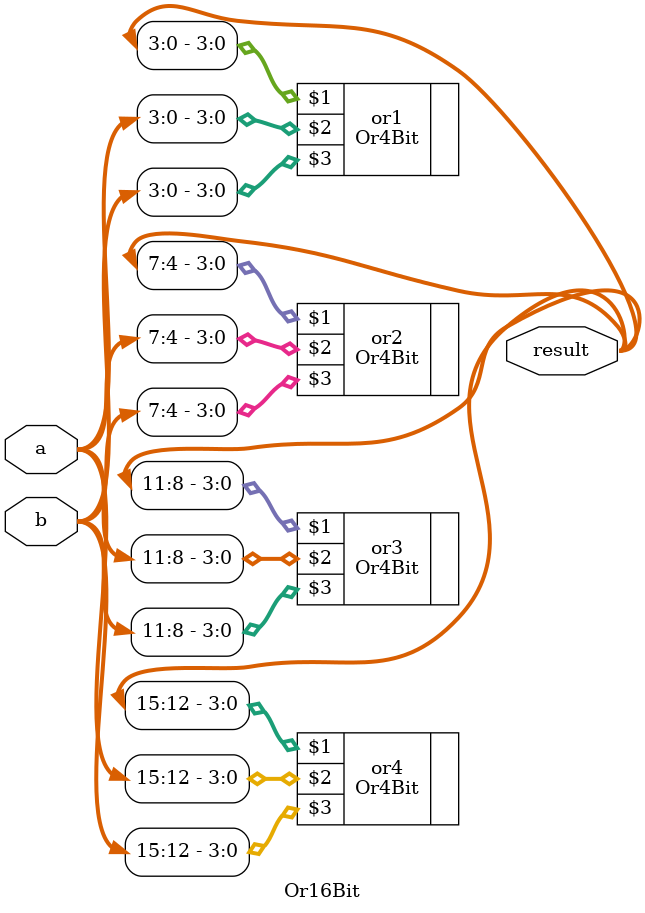
<source format=v>
module Or16Bit(output[15:0] result,
					input[15:0] a, 
					input[15:0] b);

	Or4Bit or1(result[3:0], a[3:0], b[3:0]);
	Or4Bit or2(result[7:4], a[7:4], b[7:4]);
	Or4Bit or3(result[11:8], a[11:8], b[11:8]);
	Or4Bit or4(result[15:12], a[15:12], b[15:12]);

endmodule 
</source>
